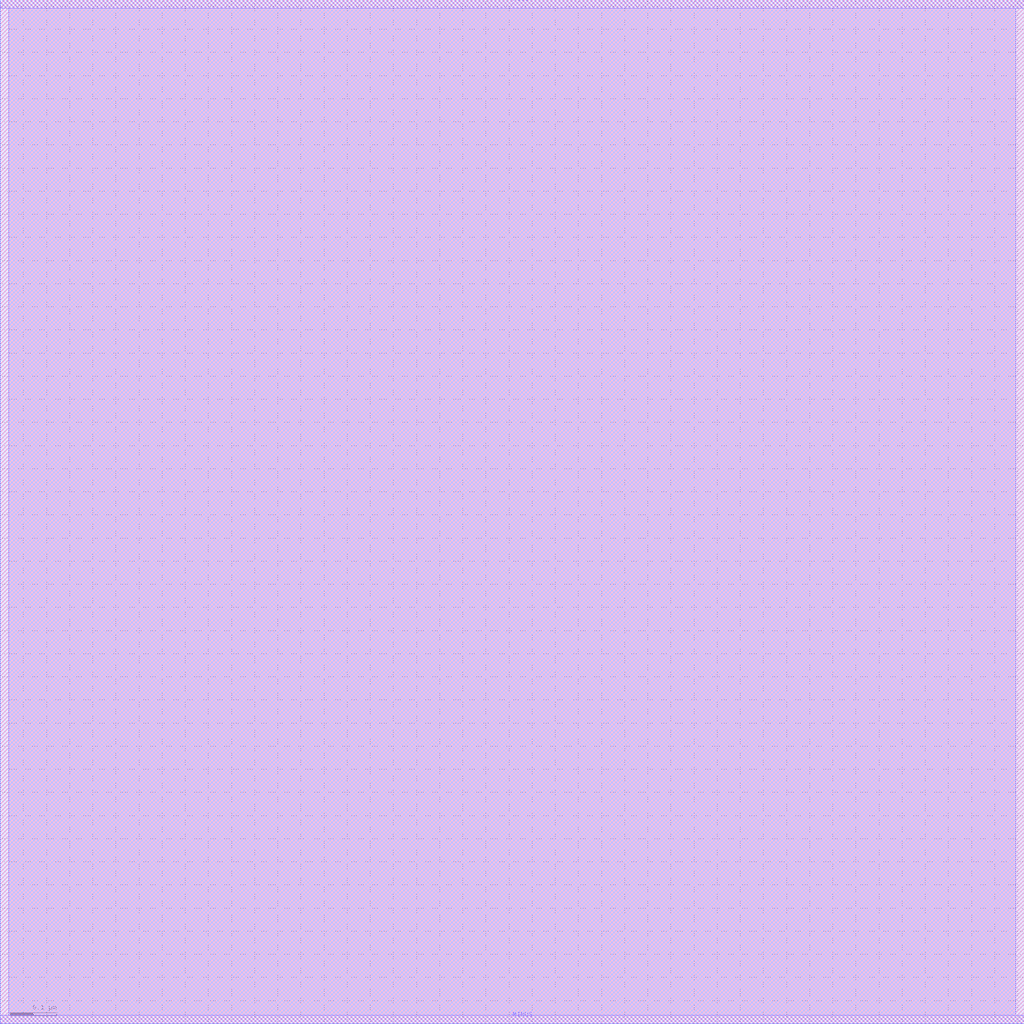
<source format=lef>
VERSION 5.7 ;
BUSBITCHARS "[]" ;
DIVIDERCHAR "/" ;

MACRO Cap_10f_1x1
  ORIGIN 0 0 ;
  FOREIGN Cap_10f_1x1 0 0 ;
  SIZE 2.214 BY 2.214 ;
  PIN PLUS
    DIRECTION INOUT ;
    USE SIGNAL ;
    PORT
      LAYER M2 ;
        RECT 0 2.196 2.214 2.214 ;
    END
  END PLUS
  PIN MINUS
    DIRECTION INOUT ;
    USE SIGNAL ;
    PORT
      LAYER M2 ;
        RECT 0 0 2.214 0.018 ;
    END
  END MINUS
  OBS
      LAYER M1 ;
        RECT 0 0 2.214 2.214 ;
      END
  OBS
      LAYER M2 ;
        RECT 0.018 0.018 2.196 2.196 ;
      END
  OBS
      LAYER M3 ;
        RECT 0 0 2.214 2.214 ;
      END
END Cap_10f_1x1

MACRO Switch_NMOS_10_1x1
  ORIGIN 0 0 ;
  FOREIGN Switch_NMOS_10_1x1 0 0 ;
  SIZE 0.432 BY 0.402 ;
  PIN S
    DIRECTION INOUT ;
    USE SIGNAL ;
    PORT
      LAYER M2 ;
        RECT 0.04 0.064 0.284 0.082 ;
    END
  END S
  PIN VSS
    DIRECTION INOUT ;
    USE POWER ;
    PORT
      LAYER M2 ;
        RECT 0 0 0.432 0.018 ;
    END
  END VSS
  PIN D
    DIRECTION INOUT ;
    USE SIGNAL ;
    PORT
      LAYER M2 ;
        RECT 0.148 0.192 0.392 0.21 ;
    END
  END D
  PIN G
    DIRECTION INOUT ;
    USE SIGNAL ;
    PORT
      LAYER M2 ;
        RECT 0.094 0.128 0.338 0.146 ;
    END
  END G
  PIN VDD
    DIRECTION INOUT ;
    USE POWER ;
    PORT
      LAYER M2 ;
        RECT 0 0.384 0.432 0.402 ;
    END
  END VDD

END Switch_NMOS_10_1x1


END LIBRARY
VERSION 5.7 ;
BUSBITCHARS "[]" ;
DIVIDERCHAR "/" ;

VIA M2_M1_0
  VIARULE M2_M1 ;
  CUTSIZE 0.018 0.018 ;
  LAYERS M1 V1 M2 ;
  CUTSPACING 0.018 0.018 ;
  ENCLOSURE 0 0.005 0.005 0 ;
  ROWCOL 1 1 ;
END M2_M1_0

VIA M2_M1_1
  VIARULE M2_M1 ;
  CUTSIZE 0.018 0.018 ;
  LAYERS M1 V1 M2 ;
  CUTSPACING 0.018 0.018 ;
  ENCLOSURE 0 0.005 0.005 0 ;
  ROWCOL 1 1 ;
END M2_M1_1


END LIBRARY

</source>
